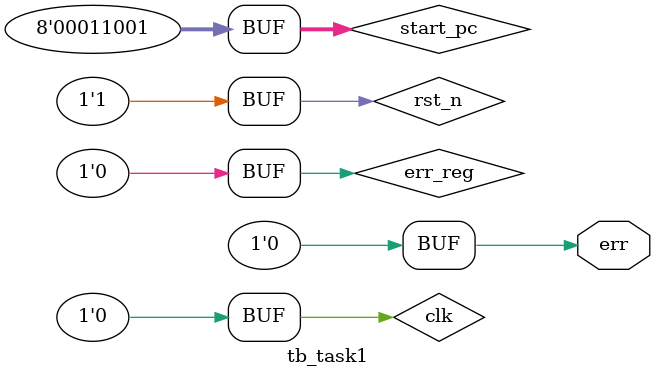
<source format=sv>
module tb_task1(output err);

reg clk;
reg rst_n;
reg [7:0] start_pc;
wire [15:0] out;

task1 testtask1(.clk(clk),
		.rst_n(rst_n),
		.start_pc(start_pc),
		.out(out));

reg err_reg;
assign err = err_reg;


initial begin
err_reg = 1'b0;
rst_n = 1'b0;
clk = 1'b0;
#5;
clk = 1'b1;
#5;
clk = 1'b0;
rst_n = 1'b1;
start_pc = 8'b00000100;
#5;
clk = 1'b1;
#5;
clk = 1'b0;
#5;
clk = 1'b1;
#5;
clk = 1'b0;
#5;
clk = 1'b1;
#5;
clk = 1'b0;
#5;
clk = 1'b1;
#5;
clk = 1'b0;
#5;
clk = 1'b1;
#5;
clk = 1'b0;
#5;
clk = 1'b1;
#5;
clk = 1'b0;
#5;
clk = 1'b1;
#5;
clk = 1'b0;
#5;
clk = 1'b1;
#5;
clk = 1'b0;
#5;
clk = 1'b1;
#5;
clk = 1'b0;
#5;
clk = 1'b1;
#5;
clk = 1'b0;
#5;
clk = 1'b1;
#5;
clk = 1'b0;
#5;
clk = 1'b1;
#5;
clk = 1'b0;
#5;
clk = 1'b1;
#5;
clk = 1'b0;
#5;
clk = 1'b1;
#5;
clk = 1'b0;
#5;
clk = 1'b1;
#5;
clk = 1'b0;
#5;
clk = 1'b1;
#5;
clk = 1'b0;
#5;
clk = 1'b1;
#5;
clk = 1'b0;
#5;
clk = 1'b1;
#5;
clk = 1'b0;
#5;
clk = 1'b1;
#5;
clk = 1'b0;
#5;
clk = 1'b1;
#5;
clk = 1'b0;
#5;
clk = 1'b1;
#5;
clk = 1'b0;
#5;
clk = 1'b1;
#5;
clk = 1'b0;
#5;
clk = 1'b1;
#5;
clk = 1'b0;
#5;
clk = 1'b1;
#5;
clk = 1'b0;
#5;
clk = 1'b1;
#5;
clk = 1'b0;
#5;
clk = 1'b1;
#5;
clk = 1'b0;
#5;
clk = 1'b1;
#5;
clk = 1'b0;
#5;
clk = 1'b1;
#5;
clk = 1'b0;
#5;
clk = 1'b1;
#5;
clk = 1'b0;
#5;
clk = 1'b1;
#5;
clk = 1'b0;
#5;
clk = 1'b1;
#5;
clk = 1'b0;
#5;
clk = 1'b1;
#5;
clk = 1'b0;
#5;
clk = 1'b1;
#5;
clk = 1'b0;
#5;
clk = 1'b1;
#5;
clk = 1'b0;
#5;
clk = 1'b1;
#5;
clk = 1'b0;
#5;
clk = 1'b1;
#5;
clk = 1'b0;
#5;
clk = 1'b1;
#5;
clk = 1'b0;
#5;
clk = 1'b1;
#5;
clk = 1'b0;
#5;
clk = 1'b1;
#5;
clk = 1'b0;
#5;
clk = 1'b1;
#5;
clk = 1'b0;
#5;
clk = 1'b1;
#5;
clk = 1'b0;
#5;
clk = 1'b1;
#5;
clk = 1'b0;
#5;
clk = 1'b1;
#5;
clk = 1'b0;
#5;
clk = 1'b1;
#5;
clk = 1'b0;
#5;
clk = 1'b1;
#5;
clk = 1'b0;
#5;
clk = 1'b1;
#5;
clk = 1'b0;
#5;
clk = 1'b1;
#5;
clk = 1'b0;
#5;
clk = 1'b1;
#5;
clk = 1'b0;
#5;
clk = 1'b1;
#5;
clk = 1'b0;
#5;
clk = 1'b1;
#5;
clk = 1'b0;
#5;
clk = 1'b1;
#5;
clk = 1'b0;
#5;
clk = 1'b1;
#5;
clk = 1'b0;
#5;
clk = 1'b1;
#5;
clk = 1'b0;
#5;
clk = 1'b1;
#5;
clk = 1'b0;
#5;
clk = 1'b1;
#5;
clk = 1'b0;
#5;
clk = 1'b1;
#5;
clk = 1'b0;
#5;
clk = 1'b1;
#5;
clk = 1'b0;
#5;
clk = 1'b1;
#5;
clk = 1'b0;
#5;
clk = 1'b1;
#5;
clk = 1'b0;
#5;
clk = 1'b1;
#5;
clk = 1'b0;
#5;
clk = 1'b1;
#5;
clk = 1'b0;
#5;
clk = 1'b1;
#5;
clk = 1'b0;
#5;
clk = 1'b1;
#5;
clk = 1'b0;
#5;
clk = 1'b1;
#5;
clk = 1'b0;
#5;
clk = 1'b1;
#5;
clk = 1'b0;
#5;
clk = 1'b1;
#5;
clk = 1'b0;
#5;
clk = 1'b1;
#5;
clk = 1'b0;
#5;
clk = 1'b1;
#5;
clk = 1'b0;
#5;
clk = 1'b1;
#5;
clk = 1'b0;
#5;
clk = 1'b1;
#5;
clk = 1'b0;
#5;
clk = 1'b1;
#5;
clk = 1'b0;
#5;
clk = 1'b1;
#5;
clk = 1'b0;
#5;
clk = 1'b1;
#5;
clk = 1'b0;
#5;
clk = 1'b1;
#5;
clk = 1'b0;
#5;
clk = 1'b1;
#5;
clk = 1'b0;
#5;
clk = 1'b1;
#5;
clk = 1'b0;
#5;
clk = 1'b1;
#5;
clk = 1'b0;
#5;
clk = 1'b1;
#5;
clk = 1'b0;
#5;
clk = 1'b1;
#5;
clk = 1'b0;
#5;
clk = 1'b1;
#5;
clk = 1'b0;
#5;
clk = 1'b1;
#5;
clk = 1'b0;
#5;
clk = 1'b1;
#5;
clk = 1'b0;
#5;
clk = 1'b1;
#5;
clk = 1'b0;
#5;
clk = 1'b1;
#5;
clk = 1'b0;
#5;
clk = 1'b1;
#5;
clk = 1'b0;
#5;
clk = 1'b1;
#5;
clk = 1'b0;
#5;
clk = 1'b1;
#5;
clk = 1'b0;
#5;
clk = 1'b1;
#5;
clk = 1'b0;
#5;
clk = 1'b1;
#5;
clk = 1'b0;
#5;
clk = 1'b1;
#5;
clk = 1'b0;
#5;
clk = 1'b1;
#5;
clk = 1'b0;
#5;
clk = 1'b1;
#5;
clk = 1'b0;
#5;
clk = 1'b1;
#5;
clk = 1'b0;
#5;
clk = 1'b1;
#5;
clk = 1'b0;
#5;
clk = 1'b1;
#5;
clk = 1'b0;
#5;
clk = 1'b1;
#5;
clk = 1'b0;
#5;
clk = 1'b1;
#5;
clk = 1'b0;
#5;
clk = 1'b1;
#5;
clk = 1'b0;
#5;
clk = 1'b1;
#5;
clk = 1'b0;
#5;
clk = 1'b1;
#5;
clk = 1'b0;
#5;
clk = 1'b1;
#5;
clk = 1'b0;
#5;
clk = 1'b1;
#5;
clk = 1'b0;
#5;
clk = 1'b1;
#5;
clk = 1'b0;
#5;
clk = 1'b1;
#5;
clk = 1'b0;
#5;
clk = 1'b1;
#5;
clk = 1'b0;
#5;
clk = 1'b1;
#5;
clk = 1'b0;
#5;
clk = 1'b1;
#5;
clk = 1'b0;
#5;
clk = 1'b1;
#5;
clk = 1'b0;
#5;
clk = 1'b1;
#5;
clk = 1'b0;
rst_n = 1'b0;
#5;
clk = 1'b1;
#5;
clk = 1'b0;
rst_n = 1'b1;
start_pc = 8'b00010100;
#5;
clk = 1'b1;
#5;
clk = 1'b0;
#5;
clk = 1'b1;
#5;
clk = 1'b0;
#5;
clk = 1'b1;
#5;
clk = 1'b0;
#5;
clk = 1'b1;
#5;
clk = 1'b0;
#5;
clk = 1'b1;
#5;
clk = 1'b0;
#5;
clk = 1'b1;
#5;
clk = 1'b0;
#5;
clk = 1'b1;
#5;
clk = 1'b0;
#5;
clk = 1'b1;
#5;
clk = 1'b0;
#5;
clk = 1'b1;
#5;
clk = 1'b0;
#5;
clk = 1'b1;
#5;
clk = 1'b0;
#5;
clk = 1'b1;
#5;
clk = 1'b0;
#5;
clk = 1'b1;
#5;
clk = 1'b0;
#5;
clk = 1'b1;
#5;
clk = 1'b0;
#5;
clk = 1'b1;
#5;
clk = 1'b0;
#5;
clk = 1'b1;
#5;
clk = 1'b0;
#5;
clk = 1'b1;
#5;
clk = 1'b0;
#5;
clk = 1'b1;
#5;
clk = 1'b0;
#5;
clk = 1'b1;
#5;
clk = 1'b0;
#5;
clk = 1'b1;
#5;
clk = 1'b0;
#5;
clk = 1'b1;
#5;
clk = 1'b0;
#5;
clk = 1'b1;
#5;
clk = 1'b0;
#5;
clk = 1'b1;
#5;
clk = 1'b0;
#5;
clk = 1'b1;
#5;
clk = 1'b0;
#5;
clk = 1'b1;
#5;
clk = 1'b0;
#5;
clk = 1'b1;
#5;
clk = 1'b0;
rst_n = 1'b0;
#5;
clk = 1'b1;
#5;
clk = 1'b0;
rst_n = 1'b1;
start_pc = 8'b00011001;
#5;
clk = 1'b1;
#5;
clk = 1'b0;
#5;
clk = 1'b1;
#5;
clk = 1'b0;
#5;
clk = 1'b1;
#5;
clk = 1'b0;
#5;
clk = 1'b1;
#5;
clk = 1'b0;
#5;
clk = 1'b1;
#5;
clk = 1'b0;
#5;
clk = 1'b1;
#5;
clk = 1'b0;
#5;
clk = 1'b1;
#5;
clk = 1'b0;
#5;
clk = 1'b1;
#5;
clk = 1'b0;
#5;
clk = 1'b1;
#5;
clk = 1'b0;
#5;
clk = 1'b1;
#5;
clk = 1'b0;
#5;
clk = 1'b1;
#5;
clk = 1'b0;
#5;
clk = 1'b1;
#5;
clk = 1'b0;
#5;
clk = 1'b1;
#5;
clk = 1'b0;
#5;
clk = 1'b1;
#5;
clk = 1'b0;
#5;
clk = 1'b1;
#5;
clk = 1'b0;
#5;
clk = 1'b1;
#5;
clk = 1'b0;
#5;
clk = 1'b1;
#5;
clk = 1'b0;
#5;
clk = 1'b1;
#5;
clk = 1'b0;
#5;
clk = 1'b1;
#5;
clk = 1'b0;
#5;
clk = 1'b1;
#5;
clk = 1'b0;
#5;
clk = 1'b1;
#5;
clk = 1'b0;
#5;
clk = 1'b1;
#5;
clk = 1'b0;
#5;
clk = 1'b1;
#5;
clk = 1'b0;
#5;
clk = 1'b1;
#5;
clk = 1'b0;
#5;
clk = 1'b1;
#5;
clk = 1'b0;
#5;
clk = 1'b1;
#5;
clk = 1'b0;
#5;
clk = 1'b1;
#5;
clk = 1'b0;
#5;
clk = 1'b1;
#5;
clk = 1'b0;
#5;
clk = 1'b1;
#5;
clk = 1'b0;
#5;
clk = 1'b1;
#5;
clk = 1'b0;
#5;
clk = 1'b1;
#5;
clk = 1'b0;
#5;
clk = 1'b1;
#5;
clk = 1'b0;
#5;
clk = 1'b1;
#5;
clk = 1'b0;
#5;
clk = 1'b1;
#5;
clk = 1'b0;
#5;
clk = 1'b1;
#5;
clk = 1'b0;
#5;
clk = 1'b1;
#5;
clk = 1'b0;
#5;
clk = 1'b1;
#5;
clk = 1'b0;
#5;
clk = 1'b1;
#5;
clk = 1'b0;
#5;
clk = 1'b1;
#5;
clk = 1'b0;
#5;
clk = 1'b1;
#5;
clk = 1'b0;
#5;
clk = 1'b1;
#5;
clk = 1'b0;
#5;
clk = 1'b1;
#5;
clk = 1'b0;
#5;
clk = 1'b1;
#5;
clk = 1'b0;
#5;
clk = 1'b1;
#5;
clk = 1'b0;
#5;
clk = 1'b1;
#5;
clk = 1'b0;
#5;
clk = 1'b1;
#5;
clk = 1'b0;
#5;
clk = 1'b1;
#5;
clk = 1'b0;
#5;
clk = 1'b1;
#5;
clk = 1'b0;
#5;
clk = 1'b1;
#5;
clk = 1'b0;
#5;
clk = 1'b1;
#5;
clk = 1'b0;
#5;
end


endmodule: tb_task1

</source>
